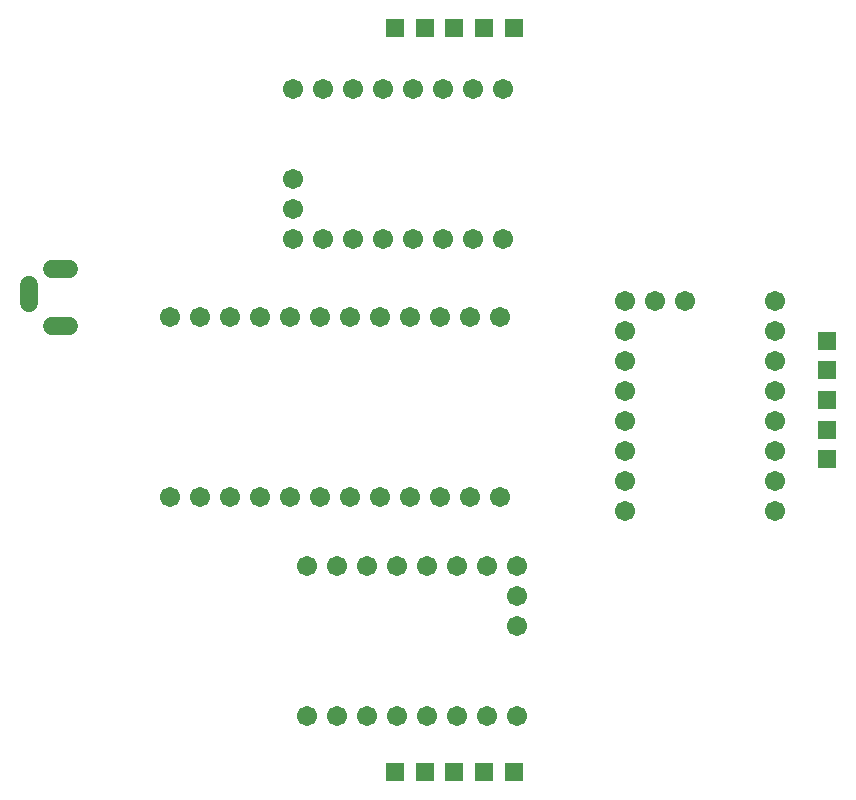
<source format=gbr>
G04 EAGLE Gerber RS-274X export*
G75*
%MOMM*%
%FSLAX44Y44*%
%LPD*%
%INTop Copper*%
%IPPOS*%
%AMOC8*
5,1,8,0,0,1.08239X$1,22.5*%
G01*
G04 Define Apertures*
%ADD10C,1.705100*%
%ADD11R,1.508000X1.508000*%
%ADD12C,1.508000*%
D10*
X408147Y440315D03*
X382747Y440315D03*
X357347Y440315D03*
X331947Y440315D03*
X306547Y440315D03*
X281147Y440315D03*
X255747Y440315D03*
X230347Y440315D03*
X204947Y440315D03*
X179547Y440315D03*
X154147Y440315D03*
X128747Y440315D03*
X408147Y287915D03*
X382747Y287915D03*
X357347Y287915D03*
X331947Y287915D03*
X306547Y287915D03*
X281147Y287915D03*
X255747Y287915D03*
X230347Y287915D03*
X204947Y287915D03*
X179547Y287915D03*
X154147Y287915D03*
X128747Y287915D03*
X422753Y229448D03*
X397353Y229448D03*
X371953Y229448D03*
X346553Y229448D03*
X321153Y229448D03*
X295753Y229448D03*
X270353Y229448D03*
X244953Y229448D03*
X422753Y102448D03*
X397353Y102448D03*
X371953Y102448D03*
X346553Y102448D03*
X321153Y102448D03*
X295753Y102448D03*
X270353Y102448D03*
X244953Y102448D03*
X422753Y204048D03*
X422753Y178648D03*
X514315Y454171D03*
X514315Y428771D03*
X514315Y403371D03*
X514315Y377971D03*
X514315Y352571D03*
X514315Y327171D03*
X514315Y301771D03*
X514315Y276371D03*
X641315Y454171D03*
X641315Y428771D03*
X641315Y403371D03*
X641315Y377971D03*
X641315Y352571D03*
X641315Y327171D03*
X641315Y301771D03*
X641315Y276371D03*
X539715Y454171D03*
X565115Y454171D03*
X232962Y506655D03*
X258362Y506655D03*
X283762Y506655D03*
X309162Y506655D03*
X334562Y506655D03*
X359962Y506655D03*
X385362Y506655D03*
X410762Y506655D03*
X232962Y633655D03*
X258362Y633655D03*
X283762Y633655D03*
X309162Y633655D03*
X334562Y633655D03*
X359962Y633655D03*
X385362Y633655D03*
X410762Y633655D03*
X232962Y532055D03*
X232962Y557455D03*
D11*
X420000Y55000D03*
X395000Y55000D03*
X370000Y55000D03*
X345000Y55000D03*
X320000Y55000D03*
X685000Y420000D03*
X685000Y395000D03*
X685000Y370000D03*
X685000Y345000D03*
X685000Y320000D03*
X320000Y685000D03*
X345000Y685000D03*
X370000Y685000D03*
X395000Y685000D03*
X420000Y685000D03*
D12*
X10000Y467540D02*
X10000Y452460D01*
X28960Y433000D02*
X44040Y433000D01*
X44040Y481000D02*
X28960Y481000D01*
M02*

</source>
